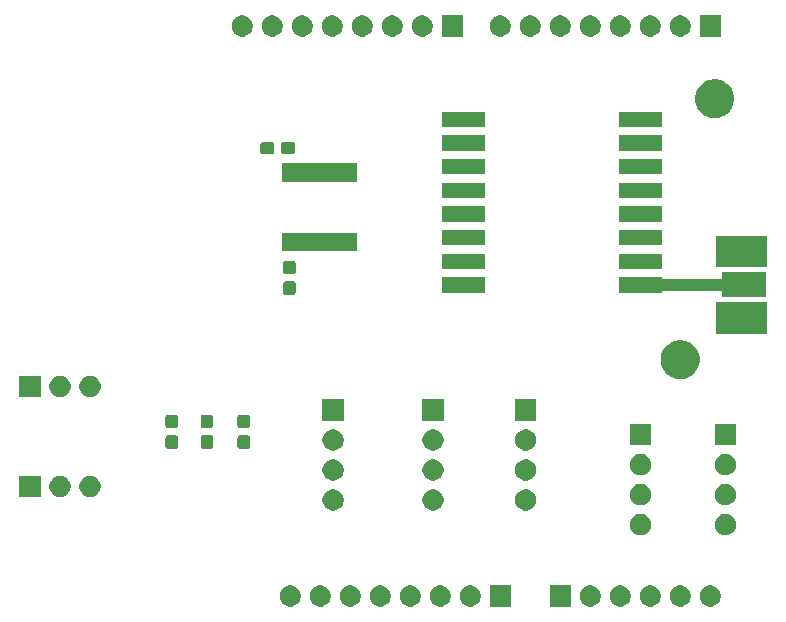
<source format=gbr>
G04 #@! TF.GenerationSoftware,KiCad,Pcbnew,(5.1.5)-3*
G04 #@! TF.CreationDate,2020-07-30T14:07:20+07:00*
G04 #@! TF.ProjectId,lora_shield,6c6f7261-5f73-4686-9965-6c642e6b6963,rev?*
G04 #@! TF.SameCoordinates,Original*
G04 #@! TF.FileFunction,Soldermask,Top*
G04 #@! TF.FilePolarity,Negative*
%FSLAX46Y46*%
G04 Gerber Fmt 4.6, Leading zero omitted, Abs format (unit mm)*
G04 Created by KiCad (PCBNEW (5.1.5)-3) date 2020-07-30 14:07:20*
%MOMM*%
%LPD*%
G04 APERTURE LIST*
%ADD10C,1.012800*%
%ADD11C,0.100000*%
G04 APERTURE END LIST*
D10*
X174688500Y-87185500D02*
X165947500Y-87185500D01*
D11*
G36*
X171944512Y-112641927D02*
G01*
X172093812Y-112671624D01*
X172257784Y-112739544D01*
X172405354Y-112838147D01*
X172530853Y-112963646D01*
X172629456Y-113111216D01*
X172697376Y-113275188D01*
X172732000Y-113449259D01*
X172732000Y-113626741D01*
X172697376Y-113800812D01*
X172629456Y-113964784D01*
X172530853Y-114112354D01*
X172405354Y-114237853D01*
X172257784Y-114336456D01*
X172093812Y-114404376D01*
X171944512Y-114434073D01*
X171919742Y-114439000D01*
X171742258Y-114439000D01*
X171717488Y-114434073D01*
X171568188Y-114404376D01*
X171404216Y-114336456D01*
X171256646Y-114237853D01*
X171131147Y-114112354D01*
X171032544Y-113964784D01*
X170964624Y-113800812D01*
X170930000Y-113626741D01*
X170930000Y-113449259D01*
X170964624Y-113275188D01*
X171032544Y-113111216D01*
X171131147Y-112963646D01*
X171256646Y-112838147D01*
X171404216Y-112739544D01*
X171568188Y-112671624D01*
X171717488Y-112641927D01*
X171742258Y-112637000D01*
X171919742Y-112637000D01*
X171944512Y-112641927D01*
G37*
G36*
X169404512Y-112641927D02*
G01*
X169553812Y-112671624D01*
X169717784Y-112739544D01*
X169865354Y-112838147D01*
X169990853Y-112963646D01*
X170089456Y-113111216D01*
X170157376Y-113275188D01*
X170192000Y-113449259D01*
X170192000Y-113626741D01*
X170157376Y-113800812D01*
X170089456Y-113964784D01*
X169990853Y-114112354D01*
X169865354Y-114237853D01*
X169717784Y-114336456D01*
X169553812Y-114404376D01*
X169404512Y-114434073D01*
X169379742Y-114439000D01*
X169202258Y-114439000D01*
X169177488Y-114434073D01*
X169028188Y-114404376D01*
X168864216Y-114336456D01*
X168716646Y-114237853D01*
X168591147Y-114112354D01*
X168492544Y-113964784D01*
X168424624Y-113800812D01*
X168390000Y-113626741D01*
X168390000Y-113449259D01*
X168424624Y-113275188D01*
X168492544Y-113111216D01*
X168591147Y-112963646D01*
X168716646Y-112838147D01*
X168864216Y-112739544D01*
X169028188Y-112671624D01*
X169177488Y-112641927D01*
X169202258Y-112637000D01*
X169379742Y-112637000D01*
X169404512Y-112641927D01*
G37*
G36*
X160032000Y-114439000D02*
G01*
X158230000Y-114439000D01*
X158230000Y-112637000D01*
X160032000Y-112637000D01*
X160032000Y-114439000D01*
G37*
G36*
X161784512Y-112641927D02*
G01*
X161933812Y-112671624D01*
X162097784Y-112739544D01*
X162245354Y-112838147D01*
X162370853Y-112963646D01*
X162469456Y-113111216D01*
X162537376Y-113275188D01*
X162572000Y-113449259D01*
X162572000Y-113626741D01*
X162537376Y-113800812D01*
X162469456Y-113964784D01*
X162370853Y-114112354D01*
X162245354Y-114237853D01*
X162097784Y-114336456D01*
X161933812Y-114404376D01*
X161784512Y-114434073D01*
X161759742Y-114439000D01*
X161582258Y-114439000D01*
X161557488Y-114434073D01*
X161408188Y-114404376D01*
X161244216Y-114336456D01*
X161096646Y-114237853D01*
X160971147Y-114112354D01*
X160872544Y-113964784D01*
X160804624Y-113800812D01*
X160770000Y-113626741D01*
X160770000Y-113449259D01*
X160804624Y-113275188D01*
X160872544Y-113111216D01*
X160971147Y-112963646D01*
X161096646Y-112838147D01*
X161244216Y-112739544D01*
X161408188Y-112671624D01*
X161557488Y-112641927D01*
X161582258Y-112637000D01*
X161759742Y-112637000D01*
X161784512Y-112641927D01*
G37*
G36*
X164324512Y-112641927D02*
G01*
X164473812Y-112671624D01*
X164637784Y-112739544D01*
X164785354Y-112838147D01*
X164910853Y-112963646D01*
X165009456Y-113111216D01*
X165077376Y-113275188D01*
X165112000Y-113449259D01*
X165112000Y-113626741D01*
X165077376Y-113800812D01*
X165009456Y-113964784D01*
X164910853Y-114112354D01*
X164785354Y-114237853D01*
X164637784Y-114336456D01*
X164473812Y-114404376D01*
X164324512Y-114434073D01*
X164299742Y-114439000D01*
X164122258Y-114439000D01*
X164097488Y-114434073D01*
X163948188Y-114404376D01*
X163784216Y-114336456D01*
X163636646Y-114237853D01*
X163511147Y-114112354D01*
X163412544Y-113964784D01*
X163344624Y-113800812D01*
X163310000Y-113626741D01*
X163310000Y-113449259D01*
X163344624Y-113275188D01*
X163412544Y-113111216D01*
X163511147Y-112963646D01*
X163636646Y-112838147D01*
X163784216Y-112739544D01*
X163948188Y-112671624D01*
X164097488Y-112641927D01*
X164122258Y-112637000D01*
X164299742Y-112637000D01*
X164324512Y-112641927D01*
G37*
G36*
X166864512Y-112641927D02*
G01*
X167013812Y-112671624D01*
X167177784Y-112739544D01*
X167325354Y-112838147D01*
X167450853Y-112963646D01*
X167549456Y-113111216D01*
X167617376Y-113275188D01*
X167652000Y-113449259D01*
X167652000Y-113626741D01*
X167617376Y-113800812D01*
X167549456Y-113964784D01*
X167450853Y-114112354D01*
X167325354Y-114237853D01*
X167177784Y-114336456D01*
X167013812Y-114404376D01*
X166864512Y-114434073D01*
X166839742Y-114439000D01*
X166662258Y-114439000D01*
X166637488Y-114434073D01*
X166488188Y-114404376D01*
X166324216Y-114336456D01*
X166176646Y-114237853D01*
X166051147Y-114112354D01*
X165952544Y-113964784D01*
X165884624Y-113800812D01*
X165850000Y-113626741D01*
X165850000Y-113449259D01*
X165884624Y-113275188D01*
X165952544Y-113111216D01*
X166051147Y-112963646D01*
X166176646Y-112838147D01*
X166324216Y-112739544D01*
X166488188Y-112671624D01*
X166637488Y-112641927D01*
X166662258Y-112637000D01*
X166839742Y-112637000D01*
X166864512Y-112641927D01*
G37*
G36*
X154952000Y-114439000D02*
G01*
X153150000Y-114439000D01*
X153150000Y-112637000D01*
X154952000Y-112637000D01*
X154952000Y-114439000D01*
G37*
G36*
X151624512Y-112641927D02*
G01*
X151773812Y-112671624D01*
X151937784Y-112739544D01*
X152085354Y-112838147D01*
X152210853Y-112963646D01*
X152309456Y-113111216D01*
X152377376Y-113275188D01*
X152412000Y-113449259D01*
X152412000Y-113626741D01*
X152377376Y-113800812D01*
X152309456Y-113964784D01*
X152210853Y-114112354D01*
X152085354Y-114237853D01*
X151937784Y-114336456D01*
X151773812Y-114404376D01*
X151624512Y-114434073D01*
X151599742Y-114439000D01*
X151422258Y-114439000D01*
X151397488Y-114434073D01*
X151248188Y-114404376D01*
X151084216Y-114336456D01*
X150936646Y-114237853D01*
X150811147Y-114112354D01*
X150712544Y-113964784D01*
X150644624Y-113800812D01*
X150610000Y-113626741D01*
X150610000Y-113449259D01*
X150644624Y-113275188D01*
X150712544Y-113111216D01*
X150811147Y-112963646D01*
X150936646Y-112838147D01*
X151084216Y-112739544D01*
X151248188Y-112671624D01*
X151397488Y-112641927D01*
X151422258Y-112637000D01*
X151599742Y-112637000D01*
X151624512Y-112641927D01*
G37*
G36*
X146544512Y-112641927D02*
G01*
X146693812Y-112671624D01*
X146857784Y-112739544D01*
X147005354Y-112838147D01*
X147130853Y-112963646D01*
X147229456Y-113111216D01*
X147297376Y-113275188D01*
X147332000Y-113449259D01*
X147332000Y-113626741D01*
X147297376Y-113800812D01*
X147229456Y-113964784D01*
X147130853Y-114112354D01*
X147005354Y-114237853D01*
X146857784Y-114336456D01*
X146693812Y-114404376D01*
X146544512Y-114434073D01*
X146519742Y-114439000D01*
X146342258Y-114439000D01*
X146317488Y-114434073D01*
X146168188Y-114404376D01*
X146004216Y-114336456D01*
X145856646Y-114237853D01*
X145731147Y-114112354D01*
X145632544Y-113964784D01*
X145564624Y-113800812D01*
X145530000Y-113626741D01*
X145530000Y-113449259D01*
X145564624Y-113275188D01*
X145632544Y-113111216D01*
X145731147Y-112963646D01*
X145856646Y-112838147D01*
X146004216Y-112739544D01*
X146168188Y-112671624D01*
X146317488Y-112641927D01*
X146342258Y-112637000D01*
X146519742Y-112637000D01*
X146544512Y-112641927D01*
G37*
G36*
X149084512Y-112641927D02*
G01*
X149233812Y-112671624D01*
X149397784Y-112739544D01*
X149545354Y-112838147D01*
X149670853Y-112963646D01*
X149769456Y-113111216D01*
X149837376Y-113275188D01*
X149872000Y-113449259D01*
X149872000Y-113626741D01*
X149837376Y-113800812D01*
X149769456Y-113964784D01*
X149670853Y-114112354D01*
X149545354Y-114237853D01*
X149397784Y-114336456D01*
X149233812Y-114404376D01*
X149084512Y-114434073D01*
X149059742Y-114439000D01*
X148882258Y-114439000D01*
X148857488Y-114434073D01*
X148708188Y-114404376D01*
X148544216Y-114336456D01*
X148396646Y-114237853D01*
X148271147Y-114112354D01*
X148172544Y-113964784D01*
X148104624Y-113800812D01*
X148070000Y-113626741D01*
X148070000Y-113449259D01*
X148104624Y-113275188D01*
X148172544Y-113111216D01*
X148271147Y-112963646D01*
X148396646Y-112838147D01*
X148544216Y-112739544D01*
X148708188Y-112671624D01*
X148857488Y-112641927D01*
X148882258Y-112637000D01*
X149059742Y-112637000D01*
X149084512Y-112641927D01*
G37*
G36*
X136384512Y-112641927D02*
G01*
X136533812Y-112671624D01*
X136697784Y-112739544D01*
X136845354Y-112838147D01*
X136970853Y-112963646D01*
X137069456Y-113111216D01*
X137137376Y-113275188D01*
X137172000Y-113449259D01*
X137172000Y-113626741D01*
X137137376Y-113800812D01*
X137069456Y-113964784D01*
X136970853Y-114112354D01*
X136845354Y-114237853D01*
X136697784Y-114336456D01*
X136533812Y-114404376D01*
X136384512Y-114434073D01*
X136359742Y-114439000D01*
X136182258Y-114439000D01*
X136157488Y-114434073D01*
X136008188Y-114404376D01*
X135844216Y-114336456D01*
X135696646Y-114237853D01*
X135571147Y-114112354D01*
X135472544Y-113964784D01*
X135404624Y-113800812D01*
X135370000Y-113626741D01*
X135370000Y-113449259D01*
X135404624Y-113275188D01*
X135472544Y-113111216D01*
X135571147Y-112963646D01*
X135696646Y-112838147D01*
X135844216Y-112739544D01*
X136008188Y-112671624D01*
X136157488Y-112641927D01*
X136182258Y-112637000D01*
X136359742Y-112637000D01*
X136384512Y-112641927D01*
G37*
G36*
X138924512Y-112641927D02*
G01*
X139073812Y-112671624D01*
X139237784Y-112739544D01*
X139385354Y-112838147D01*
X139510853Y-112963646D01*
X139609456Y-113111216D01*
X139677376Y-113275188D01*
X139712000Y-113449259D01*
X139712000Y-113626741D01*
X139677376Y-113800812D01*
X139609456Y-113964784D01*
X139510853Y-114112354D01*
X139385354Y-114237853D01*
X139237784Y-114336456D01*
X139073812Y-114404376D01*
X138924512Y-114434073D01*
X138899742Y-114439000D01*
X138722258Y-114439000D01*
X138697488Y-114434073D01*
X138548188Y-114404376D01*
X138384216Y-114336456D01*
X138236646Y-114237853D01*
X138111147Y-114112354D01*
X138012544Y-113964784D01*
X137944624Y-113800812D01*
X137910000Y-113626741D01*
X137910000Y-113449259D01*
X137944624Y-113275188D01*
X138012544Y-113111216D01*
X138111147Y-112963646D01*
X138236646Y-112838147D01*
X138384216Y-112739544D01*
X138548188Y-112671624D01*
X138697488Y-112641927D01*
X138722258Y-112637000D01*
X138899742Y-112637000D01*
X138924512Y-112641927D01*
G37*
G36*
X141464512Y-112641927D02*
G01*
X141613812Y-112671624D01*
X141777784Y-112739544D01*
X141925354Y-112838147D01*
X142050853Y-112963646D01*
X142149456Y-113111216D01*
X142217376Y-113275188D01*
X142252000Y-113449259D01*
X142252000Y-113626741D01*
X142217376Y-113800812D01*
X142149456Y-113964784D01*
X142050853Y-114112354D01*
X141925354Y-114237853D01*
X141777784Y-114336456D01*
X141613812Y-114404376D01*
X141464512Y-114434073D01*
X141439742Y-114439000D01*
X141262258Y-114439000D01*
X141237488Y-114434073D01*
X141088188Y-114404376D01*
X140924216Y-114336456D01*
X140776646Y-114237853D01*
X140651147Y-114112354D01*
X140552544Y-113964784D01*
X140484624Y-113800812D01*
X140450000Y-113626741D01*
X140450000Y-113449259D01*
X140484624Y-113275188D01*
X140552544Y-113111216D01*
X140651147Y-112963646D01*
X140776646Y-112838147D01*
X140924216Y-112739544D01*
X141088188Y-112671624D01*
X141237488Y-112641927D01*
X141262258Y-112637000D01*
X141439742Y-112637000D01*
X141464512Y-112641927D01*
G37*
G36*
X144004512Y-112641927D02*
G01*
X144153812Y-112671624D01*
X144317784Y-112739544D01*
X144465354Y-112838147D01*
X144590853Y-112963646D01*
X144689456Y-113111216D01*
X144757376Y-113275188D01*
X144792000Y-113449259D01*
X144792000Y-113626741D01*
X144757376Y-113800812D01*
X144689456Y-113964784D01*
X144590853Y-114112354D01*
X144465354Y-114237853D01*
X144317784Y-114336456D01*
X144153812Y-114404376D01*
X144004512Y-114434073D01*
X143979742Y-114439000D01*
X143802258Y-114439000D01*
X143777488Y-114434073D01*
X143628188Y-114404376D01*
X143464216Y-114336456D01*
X143316646Y-114237853D01*
X143191147Y-114112354D01*
X143092544Y-113964784D01*
X143024624Y-113800812D01*
X142990000Y-113626741D01*
X142990000Y-113449259D01*
X143024624Y-113275188D01*
X143092544Y-113111216D01*
X143191147Y-112963646D01*
X143316646Y-112838147D01*
X143464216Y-112739544D01*
X143628188Y-112671624D01*
X143777488Y-112641927D01*
X143802258Y-112637000D01*
X143979742Y-112637000D01*
X144004512Y-112641927D01*
G37*
G36*
X166039012Y-106609427D02*
G01*
X166188312Y-106639124D01*
X166352284Y-106707044D01*
X166499854Y-106805647D01*
X166625353Y-106931146D01*
X166723956Y-107078716D01*
X166791876Y-107242688D01*
X166826500Y-107416759D01*
X166826500Y-107594241D01*
X166791876Y-107768312D01*
X166723956Y-107932284D01*
X166625353Y-108079854D01*
X166499854Y-108205353D01*
X166352284Y-108303956D01*
X166188312Y-108371876D01*
X166039012Y-108401573D01*
X166014242Y-108406500D01*
X165836758Y-108406500D01*
X165811988Y-108401573D01*
X165662688Y-108371876D01*
X165498716Y-108303956D01*
X165351146Y-108205353D01*
X165225647Y-108079854D01*
X165127044Y-107932284D01*
X165059124Y-107768312D01*
X165024500Y-107594241D01*
X165024500Y-107416759D01*
X165059124Y-107242688D01*
X165127044Y-107078716D01*
X165225647Y-106931146D01*
X165351146Y-106805647D01*
X165498716Y-106707044D01*
X165662688Y-106639124D01*
X165811988Y-106609427D01*
X165836758Y-106604500D01*
X166014242Y-106604500D01*
X166039012Y-106609427D01*
G37*
G36*
X173229012Y-106609427D02*
G01*
X173378312Y-106639124D01*
X173542284Y-106707044D01*
X173689854Y-106805647D01*
X173815353Y-106931146D01*
X173913956Y-107078716D01*
X173981876Y-107242688D01*
X174016500Y-107416759D01*
X174016500Y-107594241D01*
X173981876Y-107768312D01*
X173913956Y-107932284D01*
X173815353Y-108079854D01*
X173689854Y-108205353D01*
X173542284Y-108303956D01*
X173378312Y-108371876D01*
X173229012Y-108401573D01*
X173204242Y-108406500D01*
X173026758Y-108406500D01*
X173001988Y-108401573D01*
X172852688Y-108371876D01*
X172688716Y-108303956D01*
X172541146Y-108205353D01*
X172415647Y-108079854D01*
X172317044Y-107932284D01*
X172249124Y-107768312D01*
X172214500Y-107594241D01*
X172214500Y-107416759D01*
X172249124Y-107242688D01*
X172317044Y-107078716D01*
X172415647Y-106931146D01*
X172541146Y-106805647D01*
X172688716Y-106707044D01*
X172852688Y-106639124D01*
X173001988Y-106609427D01*
X173026758Y-106604500D01*
X173204242Y-106604500D01*
X173229012Y-106609427D01*
G37*
G36*
X140016712Y-104513927D02*
G01*
X140166012Y-104543624D01*
X140329984Y-104611544D01*
X140477554Y-104710147D01*
X140603053Y-104835646D01*
X140701656Y-104983216D01*
X140769576Y-105147188D01*
X140804200Y-105321259D01*
X140804200Y-105498741D01*
X140769576Y-105672812D01*
X140701656Y-105836784D01*
X140603053Y-105984354D01*
X140477554Y-106109853D01*
X140329984Y-106208456D01*
X140166012Y-106276376D01*
X140016712Y-106306073D01*
X139991942Y-106311000D01*
X139814458Y-106311000D01*
X139789688Y-106306073D01*
X139640388Y-106276376D01*
X139476416Y-106208456D01*
X139328846Y-106109853D01*
X139203347Y-105984354D01*
X139104744Y-105836784D01*
X139036824Y-105672812D01*
X139002200Y-105498741D01*
X139002200Y-105321259D01*
X139036824Y-105147188D01*
X139104744Y-104983216D01*
X139203347Y-104835646D01*
X139328846Y-104710147D01*
X139476416Y-104611544D01*
X139640388Y-104543624D01*
X139789688Y-104513927D01*
X139814458Y-104509000D01*
X139991942Y-104509000D01*
X140016712Y-104513927D01*
G37*
G36*
X148476712Y-104513927D02*
G01*
X148626012Y-104543624D01*
X148789984Y-104611544D01*
X148937554Y-104710147D01*
X149063053Y-104835646D01*
X149161656Y-104983216D01*
X149229576Y-105147188D01*
X149264200Y-105321259D01*
X149264200Y-105498741D01*
X149229576Y-105672812D01*
X149161656Y-105836784D01*
X149063053Y-105984354D01*
X148937554Y-106109853D01*
X148789984Y-106208456D01*
X148626012Y-106276376D01*
X148476712Y-106306073D01*
X148451942Y-106311000D01*
X148274458Y-106311000D01*
X148249688Y-106306073D01*
X148100388Y-106276376D01*
X147936416Y-106208456D01*
X147788846Y-106109853D01*
X147663347Y-105984354D01*
X147564744Y-105836784D01*
X147496824Y-105672812D01*
X147462200Y-105498741D01*
X147462200Y-105321259D01*
X147496824Y-105147188D01*
X147564744Y-104983216D01*
X147663347Y-104835646D01*
X147788846Y-104710147D01*
X147936416Y-104611544D01*
X148100388Y-104543624D01*
X148249688Y-104513927D01*
X148274458Y-104509000D01*
X148451942Y-104509000D01*
X148476712Y-104513927D01*
G37*
G36*
X156323512Y-104513927D02*
G01*
X156472812Y-104543624D01*
X156636784Y-104611544D01*
X156784354Y-104710147D01*
X156909853Y-104835646D01*
X157008456Y-104983216D01*
X157076376Y-105147188D01*
X157111000Y-105321259D01*
X157111000Y-105498741D01*
X157076376Y-105672812D01*
X157008456Y-105836784D01*
X156909853Y-105984354D01*
X156784354Y-106109853D01*
X156636784Y-106208456D01*
X156472812Y-106276376D01*
X156323512Y-106306073D01*
X156298742Y-106311000D01*
X156121258Y-106311000D01*
X156096488Y-106306073D01*
X155947188Y-106276376D01*
X155783216Y-106208456D01*
X155635646Y-106109853D01*
X155510147Y-105984354D01*
X155411544Y-105836784D01*
X155343624Y-105672812D01*
X155309000Y-105498741D01*
X155309000Y-105321259D01*
X155343624Y-105147188D01*
X155411544Y-104983216D01*
X155510147Y-104835646D01*
X155635646Y-104710147D01*
X155783216Y-104611544D01*
X155947188Y-104543624D01*
X156096488Y-104513927D01*
X156121258Y-104509000D01*
X156298742Y-104509000D01*
X156323512Y-104513927D01*
G37*
G36*
X173229012Y-104069427D02*
G01*
X173378312Y-104099124D01*
X173542284Y-104167044D01*
X173689854Y-104265647D01*
X173815353Y-104391146D01*
X173913956Y-104538716D01*
X173981876Y-104702688D01*
X174016500Y-104876759D01*
X174016500Y-105054241D01*
X173981876Y-105228312D01*
X173913956Y-105392284D01*
X173815353Y-105539854D01*
X173689854Y-105665353D01*
X173542284Y-105763956D01*
X173378312Y-105831876D01*
X173229012Y-105861573D01*
X173204242Y-105866500D01*
X173026758Y-105866500D01*
X173001988Y-105861573D01*
X172852688Y-105831876D01*
X172688716Y-105763956D01*
X172541146Y-105665353D01*
X172415647Y-105539854D01*
X172317044Y-105392284D01*
X172249124Y-105228312D01*
X172214500Y-105054241D01*
X172214500Y-104876759D01*
X172249124Y-104702688D01*
X172317044Y-104538716D01*
X172415647Y-104391146D01*
X172541146Y-104265647D01*
X172688716Y-104167044D01*
X172852688Y-104099124D01*
X173001988Y-104069427D01*
X173026758Y-104064500D01*
X173204242Y-104064500D01*
X173229012Y-104069427D01*
G37*
G36*
X166039012Y-104069427D02*
G01*
X166188312Y-104099124D01*
X166352284Y-104167044D01*
X166499854Y-104265647D01*
X166625353Y-104391146D01*
X166723956Y-104538716D01*
X166791876Y-104702688D01*
X166826500Y-104876759D01*
X166826500Y-105054241D01*
X166791876Y-105228312D01*
X166723956Y-105392284D01*
X166625353Y-105539854D01*
X166499854Y-105665353D01*
X166352284Y-105763956D01*
X166188312Y-105831876D01*
X166039012Y-105861573D01*
X166014242Y-105866500D01*
X165836758Y-105866500D01*
X165811988Y-105861573D01*
X165662688Y-105831876D01*
X165498716Y-105763956D01*
X165351146Y-105665353D01*
X165225647Y-105539854D01*
X165127044Y-105392284D01*
X165059124Y-105228312D01*
X165024500Y-105054241D01*
X165024500Y-104876759D01*
X165059124Y-104702688D01*
X165127044Y-104538716D01*
X165225647Y-104391146D01*
X165351146Y-104265647D01*
X165498716Y-104167044D01*
X165662688Y-104099124D01*
X165811988Y-104069427D01*
X165836758Y-104064500D01*
X166014242Y-104064500D01*
X166039012Y-104069427D01*
G37*
G36*
X119430012Y-103370927D02*
G01*
X119579312Y-103400624D01*
X119743284Y-103468544D01*
X119890854Y-103567147D01*
X120016353Y-103692646D01*
X120114956Y-103840216D01*
X120182876Y-104004188D01*
X120217500Y-104178259D01*
X120217500Y-104355741D01*
X120182876Y-104529812D01*
X120114956Y-104693784D01*
X120016353Y-104841354D01*
X119890854Y-104966853D01*
X119743284Y-105065456D01*
X119579312Y-105133376D01*
X119430012Y-105163073D01*
X119405242Y-105168000D01*
X119227758Y-105168000D01*
X119202988Y-105163073D01*
X119053688Y-105133376D01*
X118889716Y-105065456D01*
X118742146Y-104966853D01*
X118616647Y-104841354D01*
X118518044Y-104693784D01*
X118450124Y-104529812D01*
X118415500Y-104355741D01*
X118415500Y-104178259D01*
X118450124Y-104004188D01*
X118518044Y-103840216D01*
X118616647Y-103692646D01*
X118742146Y-103567147D01*
X118889716Y-103468544D01*
X119053688Y-103400624D01*
X119202988Y-103370927D01*
X119227758Y-103366000D01*
X119405242Y-103366000D01*
X119430012Y-103370927D01*
G37*
G36*
X116890012Y-103370927D02*
G01*
X117039312Y-103400624D01*
X117203284Y-103468544D01*
X117350854Y-103567147D01*
X117476353Y-103692646D01*
X117574956Y-103840216D01*
X117642876Y-104004188D01*
X117677500Y-104178259D01*
X117677500Y-104355741D01*
X117642876Y-104529812D01*
X117574956Y-104693784D01*
X117476353Y-104841354D01*
X117350854Y-104966853D01*
X117203284Y-105065456D01*
X117039312Y-105133376D01*
X116890012Y-105163073D01*
X116865242Y-105168000D01*
X116687758Y-105168000D01*
X116662988Y-105163073D01*
X116513688Y-105133376D01*
X116349716Y-105065456D01*
X116202146Y-104966853D01*
X116076647Y-104841354D01*
X115978044Y-104693784D01*
X115910124Y-104529812D01*
X115875500Y-104355741D01*
X115875500Y-104178259D01*
X115910124Y-104004188D01*
X115978044Y-103840216D01*
X116076647Y-103692646D01*
X116202146Y-103567147D01*
X116349716Y-103468544D01*
X116513688Y-103400624D01*
X116662988Y-103370927D01*
X116687758Y-103366000D01*
X116865242Y-103366000D01*
X116890012Y-103370927D01*
G37*
G36*
X115137500Y-105168000D02*
G01*
X113335500Y-105168000D01*
X113335500Y-103366000D01*
X115137500Y-103366000D01*
X115137500Y-105168000D01*
G37*
G36*
X148476712Y-101973927D02*
G01*
X148626012Y-102003624D01*
X148789984Y-102071544D01*
X148937554Y-102170147D01*
X149063053Y-102295646D01*
X149161656Y-102443216D01*
X149229576Y-102607188D01*
X149264200Y-102781259D01*
X149264200Y-102958741D01*
X149229576Y-103132812D01*
X149161656Y-103296784D01*
X149063053Y-103444354D01*
X148937554Y-103569853D01*
X148789984Y-103668456D01*
X148626012Y-103736376D01*
X148476712Y-103766073D01*
X148451942Y-103771000D01*
X148274458Y-103771000D01*
X148249688Y-103766073D01*
X148100388Y-103736376D01*
X147936416Y-103668456D01*
X147788846Y-103569853D01*
X147663347Y-103444354D01*
X147564744Y-103296784D01*
X147496824Y-103132812D01*
X147462200Y-102958741D01*
X147462200Y-102781259D01*
X147496824Y-102607188D01*
X147564744Y-102443216D01*
X147663347Y-102295646D01*
X147788846Y-102170147D01*
X147936416Y-102071544D01*
X148100388Y-102003624D01*
X148249688Y-101973927D01*
X148274458Y-101969000D01*
X148451942Y-101969000D01*
X148476712Y-101973927D01*
G37*
G36*
X140016712Y-101973927D02*
G01*
X140166012Y-102003624D01*
X140329984Y-102071544D01*
X140477554Y-102170147D01*
X140603053Y-102295646D01*
X140701656Y-102443216D01*
X140769576Y-102607188D01*
X140804200Y-102781259D01*
X140804200Y-102958741D01*
X140769576Y-103132812D01*
X140701656Y-103296784D01*
X140603053Y-103444354D01*
X140477554Y-103569853D01*
X140329984Y-103668456D01*
X140166012Y-103736376D01*
X140016712Y-103766073D01*
X139991942Y-103771000D01*
X139814458Y-103771000D01*
X139789688Y-103766073D01*
X139640388Y-103736376D01*
X139476416Y-103668456D01*
X139328846Y-103569853D01*
X139203347Y-103444354D01*
X139104744Y-103296784D01*
X139036824Y-103132812D01*
X139002200Y-102958741D01*
X139002200Y-102781259D01*
X139036824Y-102607188D01*
X139104744Y-102443216D01*
X139203347Y-102295646D01*
X139328846Y-102170147D01*
X139476416Y-102071544D01*
X139640388Y-102003624D01*
X139789688Y-101973927D01*
X139814458Y-101969000D01*
X139991942Y-101969000D01*
X140016712Y-101973927D01*
G37*
G36*
X156323512Y-101973927D02*
G01*
X156472812Y-102003624D01*
X156636784Y-102071544D01*
X156784354Y-102170147D01*
X156909853Y-102295646D01*
X157008456Y-102443216D01*
X157076376Y-102607188D01*
X157111000Y-102781259D01*
X157111000Y-102958741D01*
X157076376Y-103132812D01*
X157008456Y-103296784D01*
X156909853Y-103444354D01*
X156784354Y-103569853D01*
X156636784Y-103668456D01*
X156472812Y-103736376D01*
X156323512Y-103766073D01*
X156298742Y-103771000D01*
X156121258Y-103771000D01*
X156096488Y-103766073D01*
X155947188Y-103736376D01*
X155783216Y-103668456D01*
X155635646Y-103569853D01*
X155510147Y-103444354D01*
X155411544Y-103296784D01*
X155343624Y-103132812D01*
X155309000Y-102958741D01*
X155309000Y-102781259D01*
X155343624Y-102607188D01*
X155411544Y-102443216D01*
X155510147Y-102295646D01*
X155635646Y-102170147D01*
X155783216Y-102071544D01*
X155947188Y-102003624D01*
X156096488Y-101973927D01*
X156121258Y-101969000D01*
X156298742Y-101969000D01*
X156323512Y-101973927D01*
G37*
G36*
X173229012Y-101529427D02*
G01*
X173378312Y-101559124D01*
X173542284Y-101627044D01*
X173689854Y-101725647D01*
X173815353Y-101851146D01*
X173913956Y-101998716D01*
X173981876Y-102162688D01*
X174016500Y-102336759D01*
X174016500Y-102514241D01*
X173981876Y-102688312D01*
X173913956Y-102852284D01*
X173815353Y-102999854D01*
X173689854Y-103125353D01*
X173542284Y-103223956D01*
X173378312Y-103291876D01*
X173229012Y-103321573D01*
X173204242Y-103326500D01*
X173026758Y-103326500D01*
X173001988Y-103321573D01*
X172852688Y-103291876D01*
X172688716Y-103223956D01*
X172541146Y-103125353D01*
X172415647Y-102999854D01*
X172317044Y-102852284D01*
X172249124Y-102688312D01*
X172214500Y-102514241D01*
X172214500Y-102336759D01*
X172249124Y-102162688D01*
X172317044Y-101998716D01*
X172415647Y-101851146D01*
X172541146Y-101725647D01*
X172688716Y-101627044D01*
X172852688Y-101559124D01*
X173001988Y-101529427D01*
X173026758Y-101524500D01*
X173204242Y-101524500D01*
X173229012Y-101529427D01*
G37*
G36*
X166039012Y-101529427D02*
G01*
X166188312Y-101559124D01*
X166352284Y-101627044D01*
X166499854Y-101725647D01*
X166625353Y-101851146D01*
X166723956Y-101998716D01*
X166791876Y-102162688D01*
X166826500Y-102336759D01*
X166826500Y-102514241D01*
X166791876Y-102688312D01*
X166723956Y-102852284D01*
X166625353Y-102999854D01*
X166499854Y-103125353D01*
X166352284Y-103223956D01*
X166188312Y-103291876D01*
X166039012Y-103321573D01*
X166014242Y-103326500D01*
X165836758Y-103326500D01*
X165811988Y-103321573D01*
X165662688Y-103291876D01*
X165498716Y-103223956D01*
X165351146Y-103125353D01*
X165225647Y-102999854D01*
X165127044Y-102852284D01*
X165059124Y-102688312D01*
X165024500Y-102514241D01*
X165024500Y-102336759D01*
X165059124Y-102162688D01*
X165127044Y-101998716D01*
X165225647Y-101851146D01*
X165351146Y-101725647D01*
X165498716Y-101627044D01*
X165662688Y-101559124D01*
X165811988Y-101529427D01*
X165836758Y-101524500D01*
X166014242Y-101524500D01*
X166039012Y-101529427D01*
G37*
G36*
X140016712Y-99433927D02*
G01*
X140166012Y-99463624D01*
X140329984Y-99531544D01*
X140477554Y-99630147D01*
X140603053Y-99755646D01*
X140701656Y-99903216D01*
X140769576Y-100067188D01*
X140804200Y-100241259D01*
X140804200Y-100418741D01*
X140769576Y-100592812D01*
X140701656Y-100756784D01*
X140603053Y-100904354D01*
X140477554Y-101029853D01*
X140329984Y-101128456D01*
X140166012Y-101196376D01*
X140016712Y-101226073D01*
X139991942Y-101231000D01*
X139814458Y-101231000D01*
X139789688Y-101226073D01*
X139640388Y-101196376D01*
X139476416Y-101128456D01*
X139328846Y-101029853D01*
X139203347Y-100904354D01*
X139104744Y-100756784D01*
X139036824Y-100592812D01*
X139002200Y-100418741D01*
X139002200Y-100241259D01*
X139036824Y-100067188D01*
X139104744Y-99903216D01*
X139203347Y-99755646D01*
X139328846Y-99630147D01*
X139476416Y-99531544D01*
X139640388Y-99463624D01*
X139789688Y-99433927D01*
X139814458Y-99429000D01*
X139991942Y-99429000D01*
X140016712Y-99433927D01*
G37*
G36*
X148476712Y-99433927D02*
G01*
X148626012Y-99463624D01*
X148789984Y-99531544D01*
X148937554Y-99630147D01*
X149063053Y-99755646D01*
X149161656Y-99903216D01*
X149229576Y-100067188D01*
X149264200Y-100241259D01*
X149264200Y-100418741D01*
X149229576Y-100592812D01*
X149161656Y-100756784D01*
X149063053Y-100904354D01*
X148937554Y-101029853D01*
X148789984Y-101128456D01*
X148626012Y-101196376D01*
X148476712Y-101226073D01*
X148451942Y-101231000D01*
X148274458Y-101231000D01*
X148249688Y-101226073D01*
X148100388Y-101196376D01*
X147936416Y-101128456D01*
X147788846Y-101029853D01*
X147663347Y-100904354D01*
X147564744Y-100756784D01*
X147496824Y-100592812D01*
X147462200Y-100418741D01*
X147462200Y-100241259D01*
X147496824Y-100067188D01*
X147564744Y-99903216D01*
X147663347Y-99755646D01*
X147788846Y-99630147D01*
X147936416Y-99531544D01*
X148100388Y-99463624D01*
X148249688Y-99433927D01*
X148274458Y-99429000D01*
X148451942Y-99429000D01*
X148476712Y-99433927D01*
G37*
G36*
X156323512Y-99433927D02*
G01*
X156472812Y-99463624D01*
X156636784Y-99531544D01*
X156784354Y-99630147D01*
X156909853Y-99755646D01*
X157008456Y-99903216D01*
X157076376Y-100067188D01*
X157111000Y-100241259D01*
X157111000Y-100418741D01*
X157076376Y-100592812D01*
X157008456Y-100756784D01*
X156909853Y-100904354D01*
X156784354Y-101029853D01*
X156636784Y-101128456D01*
X156472812Y-101196376D01*
X156323512Y-101226073D01*
X156298742Y-101231000D01*
X156121258Y-101231000D01*
X156096488Y-101226073D01*
X155947188Y-101196376D01*
X155783216Y-101128456D01*
X155635646Y-101029853D01*
X155510147Y-100904354D01*
X155411544Y-100756784D01*
X155343624Y-100592812D01*
X155309000Y-100418741D01*
X155309000Y-100241259D01*
X155343624Y-100067188D01*
X155411544Y-99903216D01*
X155510147Y-99755646D01*
X155635646Y-99630147D01*
X155783216Y-99531544D01*
X155947188Y-99463624D01*
X156096488Y-99433927D01*
X156121258Y-99429000D01*
X156298742Y-99429000D01*
X156323512Y-99433927D01*
G37*
G36*
X132698499Y-99934945D02*
G01*
X132735995Y-99946320D01*
X132770554Y-99964792D01*
X132800847Y-99989653D01*
X132825708Y-100019946D01*
X132844180Y-100054505D01*
X132855555Y-100092001D01*
X132860000Y-100137138D01*
X132860000Y-100875862D01*
X132855555Y-100920999D01*
X132844180Y-100958495D01*
X132825708Y-100993054D01*
X132800847Y-101023347D01*
X132770554Y-101048208D01*
X132735995Y-101066680D01*
X132698499Y-101078055D01*
X132653362Y-101082500D01*
X132014638Y-101082500D01*
X131969501Y-101078055D01*
X131932005Y-101066680D01*
X131897446Y-101048208D01*
X131867153Y-101023347D01*
X131842292Y-100993054D01*
X131823820Y-100958495D01*
X131812445Y-100920999D01*
X131808000Y-100875862D01*
X131808000Y-100137138D01*
X131812445Y-100092001D01*
X131823820Y-100054505D01*
X131842292Y-100019946D01*
X131867153Y-99989653D01*
X131897446Y-99964792D01*
X131932005Y-99946320D01*
X131969501Y-99934945D01*
X132014638Y-99930500D01*
X132653362Y-99930500D01*
X132698499Y-99934945D01*
G37*
G36*
X129586999Y-99934945D02*
G01*
X129624495Y-99946320D01*
X129659054Y-99964792D01*
X129689347Y-99989653D01*
X129714208Y-100019946D01*
X129732680Y-100054505D01*
X129744055Y-100092001D01*
X129748500Y-100137138D01*
X129748500Y-100875862D01*
X129744055Y-100920999D01*
X129732680Y-100958495D01*
X129714208Y-100993054D01*
X129689347Y-101023347D01*
X129659054Y-101048208D01*
X129624495Y-101066680D01*
X129586999Y-101078055D01*
X129541862Y-101082500D01*
X128903138Y-101082500D01*
X128858001Y-101078055D01*
X128820505Y-101066680D01*
X128785946Y-101048208D01*
X128755653Y-101023347D01*
X128730792Y-100993054D01*
X128712320Y-100958495D01*
X128700945Y-100920999D01*
X128696500Y-100875862D01*
X128696500Y-100137138D01*
X128700945Y-100092001D01*
X128712320Y-100054505D01*
X128730792Y-100019946D01*
X128755653Y-99989653D01*
X128785946Y-99964792D01*
X128820505Y-99946320D01*
X128858001Y-99934945D01*
X128903138Y-99930500D01*
X129541862Y-99930500D01*
X129586999Y-99934945D01*
G37*
G36*
X126602499Y-99934945D02*
G01*
X126639995Y-99946320D01*
X126674554Y-99964792D01*
X126704847Y-99989653D01*
X126729708Y-100019946D01*
X126748180Y-100054505D01*
X126759555Y-100092001D01*
X126764000Y-100137138D01*
X126764000Y-100875862D01*
X126759555Y-100920999D01*
X126748180Y-100958495D01*
X126729708Y-100993054D01*
X126704847Y-101023347D01*
X126674554Y-101048208D01*
X126639995Y-101066680D01*
X126602499Y-101078055D01*
X126557362Y-101082500D01*
X125918638Y-101082500D01*
X125873501Y-101078055D01*
X125836005Y-101066680D01*
X125801446Y-101048208D01*
X125771153Y-101023347D01*
X125746292Y-100993054D01*
X125727820Y-100958495D01*
X125716445Y-100920999D01*
X125712000Y-100875862D01*
X125712000Y-100137138D01*
X125716445Y-100092001D01*
X125727820Y-100054505D01*
X125746292Y-100019946D01*
X125771153Y-99989653D01*
X125801446Y-99964792D01*
X125836005Y-99946320D01*
X125873501Y-99934945D01*
X125918638Y-99930500D01*
X126557362Y-99930500D01*
X126602499Y-99934945D01*
G37*
G36*
X174016500Y-100786500D02*
G01*
X172214500Y-100786500D01*
X172214500Y-98984500D01*
X174016500Y-98984500D01*
X174016500Y-100786500D01*
G37*
G36*
X166826500Y-100786500D02*
G01*
X165024500Y-100786500D01*
X165024500Y-98984500D01*
X166826500Y-98984500D01*
X166826500Y-100786500D01*
G37*
G36*
X126602499Y-98184945D02*
G01*
X126639995Y-98196320D01*
X126674554Y-98214792D01*
X126704847Y-98239653D01*
X126729708Y-98269946D01*
X126748180Y-98304505D01*
X126759555Y-98342001D01*
X126764000Y-98387138D01*
X126764000Y-99125862D01*
X126759555Y-99170999D01*
X126748180Y-99208495D01*
X126729708Y-99243054D01*
X126704847Y-99273347D01*
X126674554Y-99298208D01*
X126639995Y-99316680D01*
X126602499Y-99328055D01*
X126557362Y-99332500D01*
X125918638Y-99332500D01*
X125873501Y-99328055D01*
X125836005Y-99316680D01*
X125801446Y-99298208D01*
X125771153Y-99273347D01*
X125746292Y-99243054D01*
X125727820Y-99208495D01*
X125716445Y-99170999D01*
X125712000Y-99125862D01*
X125712000Y-98387138D01*
X125716445Y-98342001D01*
X125727820Y-98304505D01*
X125746292Y-98269946D01*
X125771153Y-98239653D01*
X125801446Y-98214792D01*
X125836005Y-98196320D01*
X125873501Y-98184945D01*
X125918638Y-98180500D01*
X126557362Y-98180500D01*
X126602499Y-98184945D01*
G37*
G36*
X132698499Y-98184945D02*
G01*
X132735995Y-98196320D01*
X132770554Y-98214792D01*
X132800847Y-98239653D01*
X132825708Y-98269946D01*
X132844180Y-98304505D01*
X132855555Y-98342001D01*
X132860000Y-98387138D01*
X132860000Y-99125862D01*
X132855555Y-99170999D01*
X132844180Y-99208495D01*
X132825708Y-99243054D01*
X132800847Y-99273347D01*
X132770554Y-99298208D01*
X132735995Y-99316680D01*
X132698499Y-99328055D01*
X132653362Y-99332500D01*
X132014638Y-99332500D01*
X131969501Y-99328055D01*
X131932005Y-99316680D01*
X131897446Y-99298208D01*
X131867153Y-99273347D01*
X131842292Y-99243054D01*
X131823820Y-99208495D01*
X131812445Y-99170999D01*
X131808000Y-99125862D01*
X131808000Y-98387138D01*
X131812445Y-98342001D01*
X131823820Y-98304505D01*
X131842292Y-98269946D01*
X131867153Y-98239653D01*
X131897446Y-98214792D01*
X131932005Y-98196320D01*
X131969501Y-98184945D01*
X132014638Y-98180500D01*
X132653362Y-98180500D01*
X132698499Y-98184945D01*
G37*
G36*
X129586999Y-98184945D02*
G01*
X129624495Y-98196320D01*
X129659054Y-98214792D01*
X129689347Y-98239653D01*
X129714208Y-98269946D01*
X129732680Y-98304505D01*
X129744055Y-98342001D01*
X129748500Y-98387138D01*
X129748500Y-99125862D01*
X129744055Y-99170999D01*
X129732680Y-99208495D01*
X129714208Y-99243054D01*
X129689347Y-99273347D01*
X129659054Y-99298208D01*
X129624495Y-99316680D01*
X129586999Y-99328055D01*
X129541862Y-99332500D01*
X128903138Y-99332500D01*
X128858001Y-99328055D01*
X128820505Y-99316680D01*
X128785946Y-99298208D01*
X128755653Y-99273347D01*
X128730792Y-99243054D01*
X128712320Y-99208495D01*
X128700945Y-99170999D01*
X128696500Y-99125862D01*
X128696500Y-98387138D01*
X128700945Y-98342001D01*
X128712320Y-98304505D01*
X128730792Y-98269946D01*
X128755653Y-98239653D01*
X128785946Y-98214792D01*
X128820505Y-98196320D01*
X128858001Y-98184945D01*
X128903138Y-98180500D01*
X129541862Y-98180500D01*
X129586999Y-98184945D01*
G37*
G36*
X140804200Y-98691000D02*
G01*
X139002200Y-98691000D01*
X139002200Y-96889000D01*
X140804200Y-96889000D01*
X140804200Y-98691000D01*
G37*
G36*
X149264200Y-98691000D02*
G01*
X147462200Y-98691000D01*
X147462200Y-96889000D01*
X149264200Y-96889000D01*
X149264200Y-98691000D01*
G37*
G36*
X157111000Y-98691000D02*
G01*
X155309000Y-98691000D01*
X155309000Y-96889000D01*
X157111000Y-96889000D01*
X157111000Y-98691000D01*
G37*
G36*
X115137500Y-96708000D02*
G01*
X113335500Y-96708000D01*
X113335500Y-94906000D01*
X115137500Y-94906000D01*
X115137500Y-96708000D01*
G37*
G36*
X116890012Y-94910927D02*
G01*
X117039312Y-94940624D01*
X117203284Y-95008544D01*
X117350854Y-95107147D01*
X117476353Y-95232646D01*
X117574956Y-95380216D01*
X117642876Y-95544188D01*
X117677500Y-95718259D01*
X117677500Y-95895741D01*
X117642876Y-96069812D01*
X117574956Y-96233784D01*
X117476353Y-96381354D01*
X117350854Y-96506853D01*
X117203284Y-96605456D01*
X117039312Y-96673376D01*
X116890012Y-96703073D01*
X116865242Y-96708000D01*
X116687758Y-96708000D01*
X116662988Y-96703073D01*
X116513688Y-96673376D01*
X116349716Y-96605456D01*
X116202146Y-96506853D01*
X116076647Y-96381354D01*
X115978044Y-96233784D01*
X115910124Y-96069812D01*
X115875500Y-95895741D01*
X115875500Y-95718259D01*
X115910124Y-95544188D01*
X115978044Y-95380216D01*
X116076647Y-95232646D01*
X116202146Y-95107147D01*
X116349716Y-95008544D01*
X116513688Y-94940624D01*
X116662988Y-94910927D01*
X116687758Y-94906000D01*
X116865242Y-94906000D01*
X116890012Y-94910927D01*
G37*
G36*
X119430012Y-94910927D02*
G01*
X119579312Y-94940624D01*
X119743284Y-95008544D01*
X119890854Y-95107147D01*
X120016353Y-95232646D01*
X120114956Y-95380216D01*
X120182876Y-95544188D01*
X120217500Y-95718259D01*
X120217500Y-95895741D01*
X120182876Y-96069812D01*
X120114956Y-96233784D01*
X120016353Y-96381354D01*
X119890854Y-96506853D01*
X119743284Y-96605456D01*
X119579312Y-96673376D01*
X119430012Y-96703073D01*
X119405242Y-96708000D01*
X119227758Y-96708000D01*
X119202988Y-96703073D01*
X119053688Y-96673376D01*
X118889716Y-96605456D01*
X118742146Y-96506853D01*
X118616647Y-96381354D01*
X118518044Y-96233784D01*
X118450124Y-96069812D01*
X118415500Y-95895741D01*
X118415500Y-95718259D01*
X118450124Y-95544188D01*
X118518044Y-95380216D01*
X118616647Y-95232646D01*
X118742146Y-95107147D01*
X118889716Y-95008544D01*
X119053688Y-94940624D01*
X119202988Y-94910927D01*
X119227758Y-94906000D01*
X119405242Y-94906000D01*
X119430012Y-94910927D01*
G37*
G36*
X169666256Y-91926798D02*
G01*
X169772579Y-91947947D01*
X170073042Y-92072403D01*
X170343451Y-92253085D01*
X170573415Y-92483049D01*
X170754097Y-92753458D01*
X170878553Y-93053921D01*
X170942000Y-93372891D01*
X170942000Y-93698109D01*
X170878553Y-94017079D01*
X170754097Y-94317542D01*
X170573415Y-94587951D01*
X170343451Y-94817915D01*
X170073042Y-94998597D01*
X169772579Y-95123053D01*
X169666256Y-95144202D01*
X169453611Y-95186500D01*
X169128389Y-95186500D01*
X168915744Y-95144202D01*
X168809421Y-95123053D01*
X168508958Y-94998597D01*
X168238549Y-94817915D01*
X168008585Y-94587951D01*
X167827903Y-94317542D01*
X167703447Y-94017079D01*
X167640000Y-93698109D01*
X167640000Y-93372891D01*
X167703447Y-93053921D01*
X167827903Y-92753458D01*
X168008585Y-92483049D01*
X168238549Y-92253085D01*
X168508958Y-92072403D01*
X168809421Y-91947947D01*
X168915744Y-91926798D01*
X169128389Y-91884500D01*
X169453611Y-91884500D01*
X169666256Y-91926798D01*
G37*
G36*
X176639499Y-91331500D02*
G01*
X172337501Y-91331500D01*
X172337501Y-88689500D01*
X176639499Y-88689500D01*
X176639499Y-91331500D01*
G37*
G36*
X176539500Y-88252500D02*
G01*
X172837500Y-88252500D01*
X172837500Y-86118500D01*
X176539500Y-86118500D01*
X176539500Y-88252500D01*
G37*
G36*
X136571999Y-86903445D02*
G01*
X136609495Y-86914820D01*
X136644054Y-86933292D01*
X136674347Y-86958153D01*
X136699208Y-86988446D01*
X136717680Y-87023005D01*
X136729055Y-87060501D01*
X136733500Y-87105638D01*
X136733500Y-87844362D01*
X136729055Y-87889499D01*
X136717680Y-87926995D01*
X136699208Y-87961554D01*
X136674347Y-87991847D01*
X136644054Y-88016708D01*
X136609495Y-88035180D01*
X136571999Y-88046555D01*
X136526862Y-88051000D01*
X135888138Y-88051000D01*
X135843001Y-88046555D01*
X135805505Y-88035180D01*
X135770946Y-88016708D01*
X135740653Y-87991847D01*
X135715792Y-87961554D01*
X135697320Y-87926995D01*
X135685945Y-87889499D01*
X135681500Y-87844362D01*
X135681500Y-87105638D01*
X135685945Y-87060501D01*
X135697320Y-87023005D01*
X135715792Y-86988446D01*
X135740653Y-86958153D01*
X135770946Y-86933292D01*
X135805505Y-86914820D01*
X135843001Y-86903445D01*
X135888138Y-86899000D01*
X136526862Y-86899000D01*
X136571999Y-86903445D01*
G37*
G36*
X152783500Y-87851500D02*
G01*
X149081500Y-87851500D01*
X149081500Y-86549500D01*
X152783500Y-86549500D01*
X152783500Y-87851500D01*
G37*
G36*
X167783500Y-87851500D02*
G01*
X164081500Y-87851500D01*
X164081500Y-86549500D01*
X167783500Y-86549500D01*
X167783500Y-87851500D01*
G37*
G36*
X136571999Y-85153445D02*
G01*
X136609495Y-85164820D01*
X136644054Y-85183292D01*
X136674347Y-85208153D01*
X136699208Y-85238446D01*
X136717680Y-85273005D01*
X136729055Y-85310501D01*
X136733500Y-85355638D01*
X136733500Y-86094362D01*
X136729055Y-86139499D01*
X136717680Y-86176995D01*
X136699208Y-86211554D01*
X136674347Y-86241847D01*
X136644054Y-86266708D01*
X136609495Y-86285180D01*
X136571999Y-86296555D01*
X136526862Y-86301000D01*
X135888138Y-86301000D01*
X135843001Y-86296555D01*
X135805505Y-86285180D01*
X135770946Y-86266708D01*
X135740653Y-86241847D01*
X135715792Y-86211554D01*
X135697320Y-86176995D01*
X135685945Y-86139499D01*
X135681500Y-86094362D01*
X135681500Y-85355638D01*
X135685945Y-85310501D01*
X135697320Y-85273005D01*
X135715792Y-85238446D01*
X135740653Y-85208153D01*
X135770946Y-85183292D01*
X135805505Y-85164820D01*
X135843001Y-85153445D01*
X135888138Y-85149000D01*
X136526862Y-85149000D01*
X136571999Y-85153445D01*
G37*
G36*
X167783500Y-85851500D02*
G01*
X164081500Y-85851500D01*
X164081500Y-84549500D01*
X167783500Y-84549500D01*
X167783500Y-85851500D01*
G37*
G36*
X152783500Y-85851500D02*
G01*
X149081500Y-85851500D01*
X149081500Y-84549500D01*
X152783500Y-84549500D01*
X152783500Y-85851500D01*
G37*
G36*
X176639499Y-85681500D02*
G01*
X172337501Y-85681500D01*
X172337501Y-83039500D01*
X176639499Y-83039500D01*
X176639499Y-85681500D01*
G37*
G36*
X141948500Y-84371000D02*
G01*
X135546500Y-84371000D01*
X135546500Y-82819000D01*
X141948500Y-82819000D01*
X141948500Y-84371000D01*
G37*
G36*
X167783500Y-83851500D02*
G01*
X164081500Y-83851500D01*
X164081500Y-82549500D01*
X167783500Y-82549500D01*
X167783500Y-83851500D01*
G37*
G36*
X152783500Y-83851500D02*
G01*
X149081500Y-83851500D01*
X149081500Y-82549500D01*
X152783500Y-82549500D01*
X152783500Y-83851500D01*
G37*
G36*
X167783500Y-81851500D02*
G01*
X164081500Y-81851500D01*
X164081500Y-80549500D01*
X167783500Y-80549500D01*
X167783500Y-81851500D01*
G37*
G36*
X152783500Y-81851500D02*
G01*
X149081500Y-81851500D01*
X149081500Y-80549500D01*
X152783500Y-80549500D01*
X152783500Y-81851500D01*
G37*
G36*
X167783500Y-79851500D02*
G01*
X164081500Y-79851500D01*
X164081500Y-78549500D01*
X167783500Y-78549500D01*
X167783500Y-79851500D01*
G37*
G36*
X152783500Y-79851500D02*
G01*
X149081500Y-79851500D01*
X149081500Y-78549500D01*
X152783500Y-78549500D01*
X152783500Y-79851500D01*
G37*
G36*
X141948500Y-78471000D02*
G01*
X135546500Y-78471000D01*
X135546500Y-76919000D01*
X141948500Y-76919000D01*
X141948500Y-78471000D01*
G37*
G36*
X167783500Y-77851500D02*
G01*
X164081500Y-77851500D01*
X164081500Y-76549500D01*
X167783500Y-76549500D01*
X167783500Y-77851500D01*
G37*
G36*
X152783500Y-77851500D02*
G01*
X149081500Y-77851500D01*
X149081500Y-76549500D01*
X152783500Y-76549500D01*
X152783500Y-77851500D01*
G37*
G36*
X136494999Y-75106945D02*
G01*
X136532495Y-75118320D01*
X136567054Y-75136792D01*
X136597347Y-75161653D01*
X136622208Y-75191946D01*
X136640680Y-75226505D01*
X136652055Y-75264001D01*
X136656500Y-75309138D01*
X136656500Y-75947862D01*
X136652055Y-75992999D01*
X136640680Y-76030495D01*
X136622208Y-76065054D01*
X136597347Y-76095347D01*
X136567054Y-76120208D01*
X136532495Y-76138680D01*
X136494999Y-76150055D01*
X136449862Y-76154500D01*
X135711138Y-76154500D01*
X135666001Y-76150055D01*
X135628505Y-76138680D01*
X135593946Y-76120208D01*
X135563653Y-76095347D01*
X135538792Y-76065054D01*
X135520320Y-76030495D01*
X135508945Y-75992999D01*
X135504500Y-75947862D01*
X135504500Y-75309138D01*
X135508945Y-75264001D01*
X135520320Y-75226505D01*
X135538792Y-75191946D01*
X135563653Y-75161653D01*
X135593946Y-75136792D01*
X135628505Y-75118320D01*
X135666001Y-75106945D01*
X135711138Y-75102500D01*
X136449862Y-75102500D01*
X136494999Y-75106945D01*
G37*
G36*
X134744999Y-75106945D02*
G01*
X134782495Y-75118320D01*
X134817054Y-75136792D01*
X134847347Y-75161653D01*
X134872208Y-75191946D01*
X134890680Y-75226505D01*
X134902055Y-75264001D01*
X134906500Y-75309138D01*
X134906500Y-75947862D01*
X134902055Y-75992999D01*
X134890680Y-76030495D01*
X134872208Y-76065054D01*
X134847347Y-76095347D01*
X134817054Y-76120208D01*
X134782495Y-76138680D01*
X134744999Y-76150055D01*
X134699862Y-76154500D01*
X133961138Y-76154500D01*
X133916001Y-76150055D01*
X133878505Y-76138680D01*
X133843946Y-76120208D01*
X133813653Y-76095347D01*
X133788792Y-76065054D01*
X133770320Y-76030495D01*
X133758945Y-75992999D01*
X133754500Y-75947862D01*
X133754500Y-75309138D01*
X133758945Y-75264001D01*
X133770320Y-75226505D01*
X133788792Y-75191946D01*
X133813653Y-75161653D01*
X133843946Y-75136792D01*
X133878505Y-75118320D01*
X133916001Y-75106945D01*
X133961138Y-75102500D01*
X134699862Y-75102500D01*
X134744999Y-75106945D01*
G37*
G36*
X152783500Y-75851500D02*
G01*
X149081500Y-75851500D01*
X149081500Y-74549500D01*
X152783500Y-74549500D01*
X152783500Y-75851500D01*
G37*
G36*
X167783500Y-75851500D02*
G01*
X164081500Y-75851500D01*
X164081500Y-74549500D01*
X167783500Y-74549500D01*
X167783500Y-75851500D01*
G37*
G36*
X167783500Y-73851500D02*
G01*
X164081500Y-73851500D01*
X164081500Y-72549500D01*
X167783500Y-72549500D01*
X167783500Y-73851500D01*
G37*
G36*
X152783500Y-73851500D02*
G01*
X149081500Y-73851500D01*
X149081500Y-72549500D01*
X152783500Y-72549500D01*
X152783500Y-73851500D01*
G37*
G36*
X172587256Y-69828798D02*
G01*
X172693579Y-69849947D01*
X172994042Y-69974403D01*
X173264451Y-70155085D01*
X173494415Y-70385049D01*
X173675097Y-70655458D01*
X173799553Y-70955921D01*
X173863000Y-71274891D01*
X173863000Y-71600109D01*
X173799553Y-71919079D01*
X173675097Y-72219542D01*
X173494415Y-72489951D01*
X173264451Y-72719915D01*
X172994042Y-72900597D01*
X172693579Y-73025053D01*
X172587256Y-73046202D01*
X172374611Y-73088500D01*
X172049389Y-73088500D01*
X171836744Y-73046202D01*
X171730421Y-73025053D01*
X171429958Y-72900597D01*
X171159549Y-72719915D01*
X170929585Y-72489951D01*
X170748903Y-72219542D01*
X170624447Y-71919079D01*
X170561000Y-71600109D01*
X170561000Y-71274891D01*
X170624447Y-70955921D01*
X170748903Y-70655458D01*
X170929585Y-70385049D01*
X171159549Y-70155085D01*
X171429958Y-69974403D01*
X171730421Y-69849947D01*
X171836744Y-69828798D01*
X172049389Y-69786500D01*
X172374611Y-69786500D01*
X172587256Y-69828798D01*
G37*
G36*
X132320512Y-64381927D02*
G01*
X132469812Y-64411624D01*
X132633784Y-64479544D01*
X132781354Y-64578147D01*
X132906853Y-64703646D01*
X133005456Y-64851216D01*
X133073376Y-65015188D01*
X133108000Y-65189259D01*
X133108000Y-65366741D01*
X133073376Y-65540812D01*
X133005456Y-65704784D01*
X132906853Y-65852354D01*
X132781354Y-65977853D01*
X132633784Y-66076456D01*
X132469812Y-66144376D01*
X132320512Y-66174073D01*
X132295742Y-66179000D01*
X132118258Y-66179000D01*
X132093488Y-66174073D01*
X131944188Y-66144376D01*
X131780216Y-66076456D01*
X131632646Y-65977853D01*
X131507147Y-65852354D01*
X131408544Y-65704784D01*
X131340624Y-65540812D01*
X131306000Y-65366741D01*
X131306000Y-65189259D01*
X131340624Y-65015188D01*
X131408544Y-64851216D01*
X131507147Y-64703646D01*
X131632646Y-64578147D01*
X131780216Y-64479544D01*
X131944188Y-64411624D01*
X132093488Y-64381927D01*
X132118258Y-64377000D01*
X132295742Y-64377000D01*
X132320512Y-64381927D01*
G37*
G36*
X172732000Y-66179000D02*
G01*
X170930000Y-66179000D01*
X170930000Y-64377000D01*
X172732000Y-64377000D01*
X172732000Y-66179000D01*
G37*
G36*
X137400512Y-64381927D02*
G01*
X137549812Y-64411624D01*
X137713784Y-64479544D01*
X137861354Y-64578147D01*
X137986853Y-64703646D01*
X138085456Y-64851216D01*
X138153376Y-65015188D01*
X138188000Y-65189259D01*
X138188000Y-65366741D01*
X138153376Y-65540812D01*
X138085456Y-65704784D01*
X137986853Y-65852354D01*
X137861354Y-65977853D01*
X137713784Y-66076456D01*
X137549812Y-66144376D01*
X137400512Y-66174073D01*
X137375742Y-66179000D01*
X137198258Y-66179000D01*
X137173488Y-66174073D01*
X137024188Y-66144376D01*
X136860216Y-66076456D01*
X136712646Y-65977853D01*
X136587147Y-65852354D01*
X136488544Y-65704784D01*
X136420624Y-65540812D01*
X136386000Y-65366741D01*
X136386000Y-65189259D01*
X136420624Y-65015188D01*
X136488544Y-64851216D01*
X136587147Y-64703646D01*
X136712646Y-64578147D01*
X136860216Y-64479544D01*
X137024188Y-64411624D01*
X137173488Y-64381927D01*
X137198258Y-64377000D01*
X137375742Y-64377000D01*
X137400512Y-64381927D01*
G37*
G36*
X139940512Y-64381927D02*
G01*
X140089812Y-64411624D01*
X140253784Y-64479544D01*
X140401354Y-64578147D01*
X140526853Y-64703646D01*
X140625456Y-64851216D01*
X140693376Y-65015188D01*
X140728000Y-65189259D01*
X140728000Y-65366741D01*
X140693376Y-65540812D01*
X140625456Y-65704784D01*
X140526853Y-65852354D01*
X140401354Y-65977853D01*
X140253784Y-66076456D01*
X140089812Y-66144376D01*
X139940512Y-66174073D01*
X139915742Y-66179000D01*
X139738258Y-66179000D01*
X139713488Y-66174073D01*
X139564188Y-66144376D01*
X139400216Y-66076456D01*
X139252646Y-65977853D01*
X139127147Y-65852354D01*
X139028544Y-65704784D01*
X138960624Y-65540812D01*
X138926000Y-65366741D01*
X138926000Y-65189259D01*
X138960624Y-65015188D01*
X139028544Y-64851216D01*
X139127147Y-64703646D01*
X139252646Y-64578147D01*
X139400216Y-64479544D01*
X139564188Y-64411624D01*
X139713488Y-64381927D01*
X139738258Y-64377000D01*
X139915742Y-64377000D01*
X139940512Y-64381927D01*
G37*
G36*
X142480512Y-64381927D02*
G01*
X142629812Y-64411624D01*
X142793784Y-64479544D01*
X142941354Y-64578147D01*
X143066853Y-64703646D01*
X143165456Y-64851216D01*
X143233376Y-65015188D01*
X143268000Y-65189259D01*
X143268000Y-65366741D01*
X143233376Y-65540812D01*
X143165456Y-65704784D01*
X143066853Y-65852354D01*
X142941354Y-65977853D01*
X142793784Y-66076456D01*
X142629812Y-66144376D01*
X142480512Y-66174073D01*
X142455742Y-66179000D01*
X142278258Y-66179000D01*
X142253488Y-66174073D01*
X142104188Y-66144376D01*
X141940216Y-66076456D01*
X141792646Y-65977853D01*
X141667147Y-65852354D01*
X141568544Y-65704784D01*
X141500624Y-65540812D01*
X141466000Y-65366741D01*
X141466000Y-65189259D01*
X141500624Y-65015188D01*
X141568544Y-64851216D01*
X141667147Y-64703646D01*
X141792646Y-64578147D01*
X141940216Y-64479544D01*
X142104188Y-64411624D01*
X142253488Y-64381927D01*
X142278258Y-64377000D01*
X142455742Y-64377000D01*
X142480512Y-64381927D01*
G37*
G36*
X147560512Y-64381927D02*
G01*
X147709812Y-64411624D01*
X147873784Y-64479544D01*
X148021354Y-64578147D01*
X148146853Y-64703646D01*
X148245456Y-64851216D01*
X148313376Y-65015188D01*
X148348000Y-65189259D01*
X148348000Y-65366741D01*
X148313376Y-65540812D01*
X148245456Y-65704784D01*
X148146853Y-65852354D01*
X148021354Y-65977853D01*
X147873784Y-66076456D01*
X147709812Y-66144376D01*
X147560512Y-66174073D01*
X147535742Y-66179000D01*
X147358258Y-66179000D01*
X147333488Y-66174073D01*
X147184188Y-66144376D01*
X147020216Y-66076456D01*
X146872646Y-65977853D01*
X146747147Y-65852354D01*
X146648544Y-65704784D01*
X146580624Y-65540812D01*
X146546000Y-65366741D01*
X146546000Y-65189259D01*
X146580624Y-65015188D01*
X146648544Y-64851216D01*
X146747147Y-64703646D01*
X146872646Y-64578147D01*
X147020216Y-64479544D01*
X147184188Y-64411624D01*
X147333488Y-64381927D01*
X147358258Y-64377000D01*
X147535742Y-64377000D01*
X147560512Y-64381927D01*
G37*
G36*
X150888000Y-66179000D02*
G01*
X149086000Y-66179000D01*
X149086000Y-64377000D01*
X150888000Y-64377000D01*
X150888000Y-66179000D01*
G37*
G36*
X154164512Y-64381927D02*
G01*
X154313812Y-64411624D01*
X154477784Y-64479544D01*
X154625354Y-64578147D01*
X154750853Y-64703646D01*
X154849456Y-64851216D01*
X154917376Y-65015188D01*
X154952000Y-65189259D01*
X154952000Y-65366741D01*
X154917376Y-65540812D01*
X154849456Y-65704784D01*
X154750853Y-65852354D01*
X154625354Y-65977853D01*
X154477784Y-66076456D01*
X154313812Y-66144376D01*
X154164512Y-66174073D01*
X154139742Y-66179000D01*
X153962258Y-66179000D01*
X153937488Y-66174073D01*
X153788188Y-66144376D01*
X153624216Y-66076456D01*
X153476646Y-65977853D01*
X153351147Y-65852354D01*
X153252544Y-65704784D01*
X153184624Y-65540812D01*
X153150000Y-65366741D01*
X153150000Y-65189259D01*
X153184624Y-65015188D01*
X153252544Y-64851216D01*
X153351147Y-64703646D01*
X153476646Y-64578147D01*
X153624216Y-64479544D01*
X153788188Y-64411624D01*
X153937488Y-64381927D01*
X153962258Y-64377000D01*
X154139742Y-64377000D01*
X154164512Y-64381927D01*
G37*
G36*
X145020512Y-64381927D02*
G01*
X145169812Y-64411624D01*
X145333784Y-64479544D01*
X145481354Y-64578147D01*
X145606853Y-64703646D01*
X145705456Y-64851216D01*
X145773376Y-65015188D01*
X145808000Y-65189259D01*
X145808000Y-65366741D01*
X145773376Y-65540812D01*
X145705456Y-65704784D01*
X145606853Y-65852354D01*
X145481354Y-65977853D01*
X145333784Y-66076456D01*
X145169812Y-66144376D01*
X145020512Y-66174073D01*
X144995742Y-66179000D01*
X144818258Y-66179000D01*
X144793488Y-66174073D01*
X144644188Y-66144376D01*
X144480216Y-66076456D01*
X144332646Y-65977853D01*
X144207147Y-65852354D01*
X144108544Y-65704784D01*
X144040624Y-65540812D01*
X144006000Y-65366741D01*
X144006000Y-65189259D01*
X144040624Y-65015188D01*
X144108544Y-64851216D01*
X144207147Y-64703646D01*
X144332646Y-64578147D01*
X144480216Y-64479544D01*
X144644188Y-64411624D01*
X144793488Y-64381927D01*
X144818258Y-64377000D01*
X144995742Y-64377000D01*
X145020512Y-64381927D01*
G37*
G36*
X169404512Y-64381927D02*
G01*
X169553812Y-64411624D01*
X169717784Y-64479544D01*
X169865354Y-64578147D01*
X169990853Y-64703646D01*
X170089456Y-64851216D01*
X170157376Y-65015188D01*
X170192000Y-65189259D01*
X170192000Y-65366741D01*
X170157376Y-65540812D01*
X170089456Y-65704784D01*
X169990853Y-65852354D01*
X169865354Y-65977853D01*
X169717784Y-66076456D01*
X169553812Y-66144376D01*
X169404512Y-66174073D01*
X169379742Y-66179000D01*
X169202258Y-66179000D01*
X169177488Y-66174073D01*
X169028188Y-66144376D01*
X168864216Y-66076456D01*
X168716646Y-65977853D01*
X168591147Y-65852354D01*
X168492544Y-65704784D01*
X168424624Y-65540812D01*
X168390000Y-65366741D01*
X168390000Y-65189259D01*
X168424624Y-65015188D01*
X168492544Y-64851216D01*
X168591147Y-64703646D01*
X168716646Y-64578147D01*
X168864216Y-64479544D01*
X169028188Y-64411624D01*
X169177488Y-64381927D01*
X169202258Y-64377000D01*
X169379742Y-64377000D01*
X169404512Y-64381927D01*
G37*
G36*
X166864512Y-64381927D02*
G01*
X167013812Y-64411624D01*
X167177784Y-64479544D01*
X167325354Y-64578147D01*
X167450853Y-64703646D01*
X167549456Y-64851216D01*
X167617376Y-65015188D01*
X167652000Y-65189259D01*
X167652000Y-65366741D01*
X167617376Y-65540812D01*
X167549456Y-65704784D01*
X167450853Y-65852354D01*
X167325354Y-65977853D01*
X167177784Y-66076456D01*
X167013812Y-66144376D01*
X166864512Y-66174073D01*
X166839742Y-66179000D01*
X166662258Y-66179000D01*
X166637488Y-66174073D01*
X166488188Y-66144376D01*
X166324216Y-66076456D01*
X166176646Y-65977853D01*
X166051147Y-65852354D01*
X165952544Y-65704784D01*
X165884624Y-65540812D01*
X165850000Y-65366741D01*
X165850000Y-65189259D01*
X165884624Y-65015188D01*
X165952544Y-64851216D01*
X166051147Y-64703646D01*
X166176646Y-64578147D01*
X166324216Y-64479544D01*
X166488188Y-64411624D01*
X166637488Y-64381927D01*
X166662258Y-64377000D01*
X166839742Y-64377000D01*
X166864512Y-64381927D01*
G37*
G36*
X164324512Y-64381927D02*
G01*
X164473812Y-64411624D01*
X164637784Y-64479544D01*
X164785354Y-64578147D01*
X164910853Y-64703646D01*
X165009456Y-64851216D01*
X165077376Y-65015188D01*
X165112000Y-65189259D01*
X165112000Y-65366741D01*
X165077376Y-65540812D01*
X165009456Y-65704784D01*
X164910853Y-65852354D01*
X164785354Y-65977853D01*
X164637784Y-66076456D01*
X164473812Y-66144376D01*
X164324512Y-66174073D01*
X164299742Y-66179000D01*
X164122258Y-66179000D01*
X164097488Y-66174073D01*
X163948188Y-66144376D01*
X163784216Y-66076456D01*
X163636646Y-65977853D01*
X163511147Y-65852354D01*
X163412544Y-65704784D01*
X163344624Y-65540812D01*
X163310000Y-65366741D01*
X163310000Y-65189259D01*
X163344624Y-65015188D01*
X163412544Y-64851216D01*
X163511147Y-64703646D01*
X163636646Y-64578147D01*
X163784216Y-64479544D01*
X163948188Y-64411624D01*
X164097488Y-64381927D01*
X164122258Y-64377000D01*
X164299742Y-64377000D01*
X164324512Y-64381927D01*
G37*
G36*
X134860512Y-64381927D02*
G01*
X135009812Y-64411624D01*
X135173784Y-64479544D01*
X135321354Y-64578147D01*
X135446853Y-64703646D01*
X135545456Y-64851216D01*
X135613376Y-65015188D01*
X135648000Y-65189259D01*
X135648000Y-65366741D01*
X135613376Y-65540812D01*
X135545456Y-65704784D01*
X135446853Y-65852354D01*
X135321354Y-65977853D01*
X135173784Y-66076456D01*
X135009812Y-66144376D01*
X134860512Y-66174073D01*
X134835742Y-66179000D01*
X134658258Y-66179000D01*
X134633488Y-66174073D01*
X134484188Y-66144376D01*
X134320216Y-66076456D01*
X134172646Y-65977853D01*
X134047147Y-65852354D01*
X133948544Y-65704784D01*
X133880624Y-65540812D01*
X133846000Y-65366741D01*
X133846000Y-65189259D01*
X133880624Y-65015188D01*
X133948544Y-64851216D01*
X134047147Y-64703646D01*
X134172646Y-64578147D01*
X134320216Y-64479544D01*
X134484188Y-64411624D01*
X134633488Y-64381927D01*
X134658258Y-64377000D01*
X134835742Y-64377000D01*
X134860512Y-64381927D01*
G37*
G36*
X159244512Y-64381927D02*
G01*
X159393812Y-64411624D01*
X159557784Y-64479544D01*
X159705354Y-64578147D01*
X159830853Y-64703646D01*
X159929456Y-64851216D01*
X159997376Y-65015188D01*
X160032000Y-65189259D01*
X160032000Y-65366741D01*
X159997376Y-65540812D01*
X159929456Y-65704784D01*
X159830853Y-65852354D01*
X159705354Y-65977853D01*
X159557784Y-66076456D01*
X159393812Y-66144376D01*
X159244512Y-66174073D01*
X159219742Y-66179000D01*
X159042258Y-66179000D01*
X159017488Y-66174073D01*
X158868188Y-66144376D01*
X158704216Y-66076456D01*
X158556646Y-65977853D01*
X158431147Y-65852354D01*
X158332544Y-65704784D01*
X158264624Y-65540812D01*
X158230000Y-65366741D01*
X158230000Y-65189259D01*
X158264624Y-65015188D01*
X158332544Y-64851216D01*
X158431147Y-64703646D01*
X158556646Y-64578147D01*
X158704216Y-64479544D01*
X158868188Y-64411624D01*
X159017488Y-64381927D01*
X159042258Y-64377000D01*
X159219742Y-64377000D01*
X159244512Y-64381927D01*
G37*
G36*
X161784512Y-64381927D02*
G01*
X161933812Y-64411624D01*
X162097784Y-64479544D01*
X162245354Y-64578147D01*
X162370853Y-64703646D01*
X162469456Y-64851216D01*
X162537376Y-65015188D01*
X162572000Y-65189259D01*
X162572000Y-65366741D01*
X162537376Y-65540812D01*
X162469456Y-65704784D01*
X162370853Y-65852354D01*
X162245354Y-65977853D01*
X162097784Y-66076456D01*
X161933812Y-66144376D01*
X161784512Y-66174073D01*
X161759742Y-66179000D01*
X161582258Y-66179000D01*
X161557488Y-66174073D01*
X161408188Y-66144376D01*
X161244216Y-66076456D01*
X161096646Y-65977853D01*
X160971147Y-65852354D01*
X160872544Y-65704784D01*
X160804624Y-65540812D01*
X160770000Y-65366741D01*
X160770000Y-65189259D01*
X160804624Y-65015188D01*
X160872544Y-64851216D01*
X160971147Y-64703646D01*
X161096646Y-64578147D01*
X161244216Y-64479544D01*
X161408188Y-64411624D01*
X161557488Y-64381927D01*
X161582258Y-64377000D01*
X161759742Y-64377000D01*
X161784512Y-64381927D01*
G37*
G36*
X156704512Y-64381927D02*
G01*
X156853812Y-64411624D01*
X157017784Y-64479544D01*
X157165354Y-64578147D01*
X157290853Y-64703646D01*
X157389456Y-64851216D01*
X157457376Y-65015188D01*
X157492000Y-65189259D01*
X157492000Y-65366741D01*
X157457376Y-65540812D01*
X157389456Y-65704784D01*
X157290853Y-65852354D01*
X157165354Y-65977853D01*
X157017784Y-66076456D01*
X156853812Y-66144376D01*
X156704512Y-66174073D01*
X156679742Y-66179000D01*
X156502258Y-66179000D01*
X156477488Y-66174073D01*
X156328188Y-66144376D01*
X156164216Y-66076456D01*
X156016646Y-65977853D01*
X155891147Y-65852354D01*
X155792544Y-65704784D01*
X155724624Y-65540812D01*
X155690000Y-65366741D01*
X155690000Y-65189259D01*
X155724624Y-65015188D01*
X155792544Y-64851216D01*
X155891147Y-64703646D01*
X156016646Y-64578147D01*
X156164216Y-64479544D01*
X156328188Y-64411624D01*
X156477488Y-64381927D01*
X156502258Y-64377000D01*
X156679742Y-64377000D01*
X156704512Y-64381927D01*
G37*
M02*

</source>
